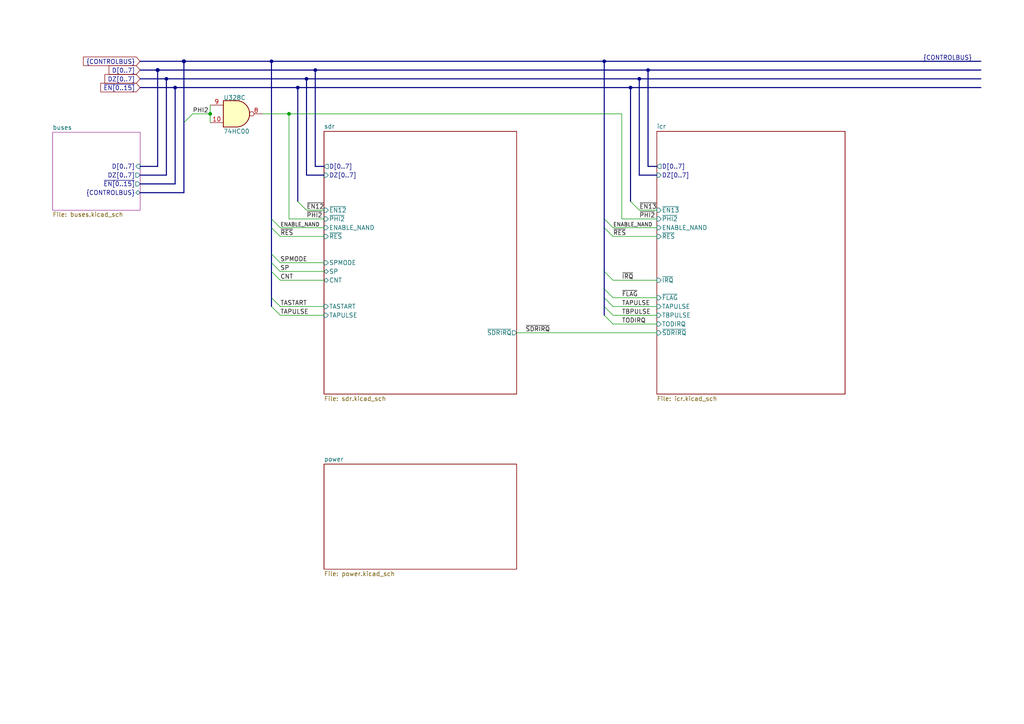
<source format=kicad_sch>
(kicad_sch (version 20211123) (generator eeschema)
  (paper "A4")
  (title_block (title "74HCT6526 Board 3") (date "2023-01-22") (rev "0.2.0") (company "Daniel Molina") (comment 1 "https://github.com/dmolinagarcia/74HCT6526"))
  (lib_symbols
    (symbol "74xx:74HC00" (pin_names (offset 1.016))
      (property "Reference" "U" (at 0 1.27 0))
      (property "Value" "74HC00" (at 0 -1.27 0))
      (symbol "74HC00_1_1"
        (arc (start 0 -3.81) (mid 3.81 0) (end 0 3.81) (stroke (width 0.254)) (fill (type background)))
        (polyline (pts (xy 0 3.81) (xy -3.81 3.81) (xy -3.81 -3.81) (xy 0 -3.81)) (stroke (width 0.254)) (fill (type background)))
        (pin input line (at -7.62 2.54 0) (length 3.81) (name "~") (number "1"))
        (pin input line (at -7.62 -2.54 0) (length 3.81) (name "~") (number "2"))
        (pin output inverted (at 7.62 0 180) (length 3.81) (name "~") (number "3"))
      )
      (symbol "74HC00_1_2"
        (arc (start -3.81 -3.81) (mid -2.589 0) (end -3.81 3.81) (stroke (width 0.254)))
        (arc (start -0.6096 -3.81) (mid 2.1842 -2.5851) (end 3.81 0) (stroke (width 0.254)) (fill (type background)))
        (polyline (pts (xy -3.81 -3.81) (xy -0.635 -3.81)) (stroke (width 0.254)) (fill (type background)))
        (polyline (pts (xy -3.81 3.81) (xy -0.635 3.81)) (stroke (width 0.254)) (fill (type background)))
        (polyline (pts (xy -0.635 3.81) (xy -3.81 3.81) (xy -3.81 3.81) (xy -3.556 3.4036) (xy -3.0226 2.2606) (xy -2.6924 1.0414) (xy -2.6162 -0.254) (xy -2.7686 -1.4986) (xy -3.175 -2.7178) (xy -3.81 -3.81) (xy -3.81 -3.81) (xy -0.635 -3.81)) (stroke (width -25.4)) (fill (type background)))
        (arc (start 3.81 0) (mid 2.1915 2.5936) (end -0.6096 3.81) (stroke (width 0.254)) (fill (type background)))
        (pin input inverted (at -7.62 2.54 0) (length 4.318) (name "~") (number "1"))
        (pin input inverted (at -7.62 -2.54 0) (length 4.318) (name "~") (number "2"))
        (pin output line (at 7.62 0 180) (length 3.81) (name "~") (number "3"))
      )
      (symbol "74HC00_2_1"
        (arc (start 0 -3.81) (mid 3.81 0) (end 0 3.81) (stroke (width 0.254)) (fill (type background)))
        (polyline (pts (xy 0 3.81) (xy -3.81 3.81) (xy -3.81 -3.81) (xy 0 -3.81)) (stroke (width 0.254)) (fill (type background)))
        (pin input line (at -7.62 2.54 0) (length 3.81) (name "~") (number "4"))
        (pin input line (at -7.62 -2.54 0) (length 3.81) (name "~") (number "5"))
        (pin output inverted (at 7.62 0 180) (length 3.81) (name "~") (number "6"))
      )
      (symbol "74HC00_2_2"
        (arc (start -3.81 -3.81) (mid -2.589 0) (end -3.81 3.81) (stroke (width 0.254)))
        (arc (start -0.6096 -3.81) (mid 2.1842 -2.5851) (end 3.81 0) (stroke (width 0.254)) (fill (type background)))
        (polyline (pts (xy -3.81 -3.81) (xy -0.635 -3.81)) (stroke (width 0.254)) (fill (type background)))
        (polyline (pts (xy -3.81 3.81) (xy -0.635 3.81)) (stroke (width 0.254)) (fill (type background)))
        (polyline (pts (xy -0.635 3.81) (xy -3.81 3.81) (xy -3.81 3.81) (xy -3.556 3.4036) (xy -3.0226 2.2606) (xy -2.6924 1.0414) (xy -2.6162 -0.254) (xy -2.7686 -1.4986) (xy -3.175 -2.7178) (xy -3.81 -3.81) (xy -3.81 -3.81) (xy -0.635 -3.81)) (stroke (width -25.4)) (fill (type background)))
        (arc (start 3.81 0) (mid 2.1915 2.5936) (end -0.6096 3.81) (stroke (width 0.254)) (fill (type background)))
        (pin input inverted (at -7.62 2.54 0) (length 4.318) (name "~") (number "4"))
        (pin input inverted (at -7.62 -2.54 0) (length 4.318) (name "~") (number "5"))
        (pin output line (at 7.62 0 180) (length 3.81) (name "~") (number "6"))
      )
      (symbol "74HC00_3_1"
        (arc (start 0 -3.81) (mid 3.81 0) (end 0 3.81) (stroke (width 0.254)) (fill (type background)))
        (polyline (pts (xy 0 3.81) (xy -3.81 3.81) (xy -3.81 -3.81) (xy 0 -3.81)) (stroke (width 0.254)) (fill (type background)))
        (pin input line (at -7.62 -2.54 0) (length 3.81) (name "~") (number "10"))
        (pin output inverted (at 7.62 0 180) (length 3.81) (name "~") (number "8"))
        (pin input line (at -7.62 2.54 0) (length 3.81) (name "~") (number "9"))
      )
      (symbol "74HC00_3_2"
        (arc (start -3.81 -3.81) (mid -2.589 0) (end -3.81 3.81) (stroke (width 0.254)))
        (arc (start -0.6096 -3.81) (mid 2.1842 -2.5851) (end 3.81 0) (stroke (width 0.254)) (fill (type background)))
        (polyline (pts (xy -3.81 -3.81) (xy -0.635 -3.81)) (stroke (width 0.254)) (fill (type background)))
        (polyline (pts (xy -3.81 3.81) (xy -0.635 3.81)) (stroke (width 0.254)) (fill (type background)))
        (polyline (pts (xy -0.635 3.81) (xy -3.81 3.81) (xy -3.81 3.81) (xy -3.556 3.4036) (xy -3.0226 2.2606) (xy -2.6924 1.0414) (xy -2.6162 -0.254) (xy -2.7686 -1.4986) (xy -3.175 -2.7178) (xy -3.81 -3.81) (xy -3.81 -3.81) (xy -0.635 -3.81)) (stroke (width -25.4)) (fill (type background)))
        (arc (start 3.81 0) (mid 2.1915 2.5936) (end -0.6096 3.81) (stroke (width 0.254)) (fill (type background)))
        (pin input inverted (at -7.62 -2.54 0) (length 4.318) (name "~") (number "10"))
        (pin output line (at 7.62 0 180) (length 3.81) (name "~") (number "8"))
        (pin input inverted (at -7.62 2.54 0) (length 4.318) (name "~") (number "9"))
      )
      (symbol "74HC00_4_1"
        (arc (start 0 -3.81) (mid 3.81 0) (end 0 3.81) (stroke (width 0.254)) (fill (type background)))
        (polyline (pts (xy 0 3.81) (xy -3.81 3.81) (xy -3.81 -3.81) (xy 0 -3.81)) (stroke (width 0.254)) (fill (type background)))
        (pin output inverted (at 7.62 0 180) (length 3.81) (name "~") (number "11"))
        (pin input line (at -7.62 2.54 0) (length 3.81) (name "~") (number "12"))
        (pin input line (at -7.62 -2.54 0) (length 3.81) (name "~") (number "13"))
      )
      (symbol "74HC00_4_2"
        (arc (start -3.81 -3.81) (mid -2.589 0) (end -3.81 3.81) (stroke (width 0.254)))
        (arc (start -0.6096 -3.81) (mid 2.1842 -2.5851) (end 3.81 0) (stroke (width 0.254)) (fill (type background)))
        (polyline (pts (xy -3.81 -3.81) (xy -0.635 -3.81)) (stroke (width 0.254)) (fill (type background)))
        (polyline (pts (xy -3.81 3.81) (xy -0.635 3.81)) (stroke (width 0.254)) (fill (type background)))
        (polyline (pts (xy -0.635 3.81) (xy -3.81 3.81) (xy -3.81 3.81) (xy -3.556 3.4036) (xy -3.0226 2.2606) (xy -2.6924 1.0414) (xy -2.6162 -0.254) (xy -2.7686 -1.4986) (xy -3.175 -2.7178) (xy -3.81 -3.81) (xy -3.81 -3.81) (xy -0.635 -3.81)) (stroke (width -25.4)) (fill (type background)))
        (arc (start 3.81 0) (mid 2.1915 2.5936) (end -0.6096 3.81) (stroke (width 0.254)) (fill (type background)))
        (pin output line (at 7.62 0 180) (length 3.81) (name "~") (number "11"))
        (pin input inverted (at -7.62 2.54 0) (length 4.318) (name "~") (number "12"))
        (pin input inverted (at -7.62 -2.54 0) (length 4.318) (name "~") (number "13"))
      )
      (symbol "74HC00_5_0"
        (pin power_in line (at 0 12.7 270) (length 5.08) (name "VCC") (number "14"))
        (pin power_in line (at 0 -12.7 90) (length 5.08) (name "GND") (number "7"))
      )
      (symbol "74HC00_5_1"
        (rectangle (start -5.08 7.62) (end 5.08 -7.62) (stroke (width 0.254)) (fill (type background)))
      )
    )
  )
  (bus_alias "ENABLEBUS" (members "~{EN[0..15]}"))
  (bus_alias "DATABUS" (members "D[0..7]" "DZ[0..7]"))
  (bus_alias "CONTROLBUS" (members "TASTART" "CNT" "SP" "PHI2" "~{FLAG}" "TOD" "TAPULSE" "TBPULSE" "TODIRQ" "~{IRQ}" "PB6ON" "PB7ON" "TAOUT" "TBOUT" "SPMODE" "TODIN" "ALARM" "ENABLE_NAND" "TARUNMODE" "~{RES}"))
  (junction (at 83.82 33.02))
  (junction (at 187.96 20.32))
  (junction (at 182.88 25.4))
  (junction (at 86.36 25.4))
  (junction (at 88.9 22.86))
  (junction (at 50.8 25.4))
  (junction (at 185.42 22.86))
  (junction (at 48.26 22.86))
  (junction (at 78.74 17.78))
  (junction (at 175.26 17.78))
  (junction (at 91.44 20.32))
  (junction (at 60.96 33.02))
  (junction (at 45.72 20.32) (diameter 1.016))
  (junction (at 53.34 17.78) (diameter 1.016))
  (bus_entry (at 175.26 63.5) (size 2.54 2.54))
  (bus_entry (at 78.74 63.5) (size 2.54 2.54))
  (bus_entry (at 78.74 66.04) (size 2.54 2.54))
  (bus_entry (at 78.74 73.66) (size 2.54 2.54))
  (bus_entry (at 78.74 76.2) (size 2.54 2.54))
  (bus_entry (at 78.74 78.74) (size 2.54 2.54))
  (bus_entry (at 78.74 86.36) (size 2.54 2.54))
  (bus_entry (at 78.74 88.9) (size 2.54 2.54))
  (bus_entry (at 182.88 58.42) (size 2.54 2.54))
  (bus_entry (at 86.36 58.42) (size 2.54 2.54))
  (bus_entry (at 53.34 35.56) (size 2.54 -2.54))
  (bus_entry (at 175.26 88.9) (size 2.54 2.54))
  (bus_entry (at 175.26 91.44) (size 2.54 2.54))
  (bus_entry (at 175.26 86.36) (size 2.54 2.54))
  (bus_entry (at 175.26 83.82) (size 2.54 2.54))
  (bus_entry (at 175.26 78.74) (size 2.54 2.54))
  (bus_entry (at 175.26 66.04) (size 2.54 2.54))
  (bus (pts (xy 48.26 22.86) (xy 48.26 50.8)))
  (bus (pts (xy 187.96 48.26) (xy 187.96 20.32)))
  (wire (pts (xy 81.28 66.04) (xy 93.98 66.04)))
  (bus (pts (xy 88.9 22.86) (xy 185.42 22.86)))
  (bus (pts (xy 78.74 73.66) (xy 78.74 76.2)))
  (bus (pts (xy 53.34 35.56) (xy 53.34 17.78)))
  (bus (pts (xy 182.88 25.4) (xy 182.88 58.42)))
  (bus (pts (xy 182.88 25.4) (xy 284.48 25.4)))
  (bus (pts (xy 40.64 50.8) (xy 48.26 50.8)))
  (wire (pts (xy 177.8 68.58) (xy 190.5 68.58)))
  (wire (pts (xy 180.34 63.5) (xy 190.5 63.5)))
  (bus (pts (xy 175.26 17.78) (xy 175.26 63.5)))
  (bus (pts (xy 40.64 25.4) (xy 50.8 25.4)))
  (wire (pts (xy 60.96 30.48) (xy 60.96 33.02)))
  (bus (pts (xy 86.36 25.4) (xy 86.36 58.42)))
  (wire (pts (xy 177.8 66.04) (xy 190.5 66.04)))
  (wire (pts (xy 60.96 33.02) (xy 60.96 35.56)))
  (wire (pts (xy 83.82 33.02) (xy 83.82 63.5)))
  (bus (pts (xy 88.9 50.8) (xy 88.9 22.86)))
  (bus (pts (xy 78.74 78.74) (xy 78.74 86.36)))
  (bus (pts (xy 175.26 63.5) (xy 175.26 66.04)))
  (bus (pts (xy 91.44 20.32) (xy 187.96 20.32)))
  (bus (pts (xy 93.98 48.26) (xy 91.44 48.26)))
  (bus (pts (xy 86.36 25.4) (xy 182.88 25.4)))
  (bus (pts (xy 175.26 17.78) (xy 284.48 17.78)))
  (bus (pts (xy 78.74 66.04) (xy 78.74 73.66)))
  (wire (pts (xy 177.8 88.9) (xy 190.5 88.9)))
  (bus (pts (xy 40.64 17.78) (xy 53.34 17.78)))
  (wire (pts (xy 177.8 86.36) (xy 190.5 86.36)))
  (bus (pts (xy 40.64 48.26) (xy 45.72 48.26)))
  (bus (pts (xy 50.8 25.4) (xy 86.36 25.4)))
  (wire (pts (xy 83.82 63.5) (xy 93.98 63.5)))
  (wire (pts (xy 88.9 60.96) (xy 93.98 60.96)))
  (bus (pts (xy 175.26 83.82) (xy 175.26 86.36)))
  (bus (pts (xy 53.34 17.78) (xy 78.74 17.78)))
  (bus (pts (xy 53.34 55.88) (xy 40.64 55.88)))
  (bus (pts (xy 91.44 48.26) (xy 91.44 20.32)))
  (bus (pts (xy 78.74 17.78) (xy 175.26 17.78)))
  (bus (pts (xy 48.26 22.86) (xy 88.9 22.86)))
  (bus (pts (xy 40.64 22.86) (xy 48.26 22.86)))
  (wire (pts (xy 149.86 96.52) (xy 190.5 96.52)))
  (bus (pts (xy 78.74 17.78) (xy 78.74 63.5)))
  (wire (pts (xy 81.28 91.44) (xy 93.98 91.44)))
  (bus (pts (xy 175.26 86.36) (xy 175.26 88.9)))
  (bus (pts (xy 175.26 66.04) (xy 175.26 78.74)))
  (bus (pts (xy 45.72 48.26) (xy 45.72 20.32)))
  (wire (pts (xy 177.8 91.44) (xy 190.5 91.44)))
  (wire (pts (xy 177.8 81.28) (xy 190.5 81.28)))
  (bus (pts (xy 78.74 63.5) (xy 78.74 66.04)))
  (bus (pts (xy 190.5 48.26) (xy 187.96 48.26)))
  (bus (pts (xy 185.42 50.8) (xy 185.42 22.86)))
  (bus (pts (xy 40.64 20.32) (xy 45.72 20.32)))
  (bus (pts (xy 53.34 55.88) (xy 53.34 35.56)))
  (wire (pts (xy 180.34 33.02) (xy 180.34 63.5)))
  (bus (pts (xy 78.74 76.2) (xy 78.74 78.74)))
  (wire (pts (xy 81.28 68.58) (xy 93.98 68.58)))
  (bus (pts (xy 40.64 53.34) (xy 50.8 53.34)))
  (wire (pts (xy 55.88 33.02) (xy 60.96 33.02)))
  (wire (pts (xy 185.42 60.96) (xy 190.5 60.96)))
  (wire (pts (xy 83.82 33.02) (xy 180.34 33.02)))
  (bus (pts (xy 185.42 22.86) (xy 284.48 22.86)))
  (wire (pts (xy 81.28 78.74) (xy 93.98 78.74)))
  (bus (pts (xy 45.72 20.32) (xy 91.44 20.32)))
  (bus (pts (xy 50.8 25.4) (xy 50.8 53.34)))
  (bus (pts (xy 190.5 50.8) (xy 185.42 50.8)))
  (wire (pts (xy 177.8 93.98) (xy 190.5 93.98)))
  (wire (pts (xy 81.28 88.9) (xy 93.98 88.9)))
  (bus (pts (xy 78.74 86.36) (xy 78.74 88.9)))
  (wire (pts (xy 81.28 76.2) (xy 93.98 76.2)))
  (bus (pts (xy 93.98 50.8) (xy 88.9 50.8)))
  (bus (pts (xy 175.26 78.74) (xy 175.26 83.82)))
  (bus (pts (xy 175.26 88.9) (xy 175.26 91.44)))
  (wire (pts (xy 81.28 81.28) (xy 93.98 81.28)))
  (wire (pts (xy 76.2 33.02) (xy 83.82 33.02)))
  (bus (pts (xy 187.96 20.32) (xy 284.48 20.32)))
  (label "~{IRQ}" (at 180.34 81.28 0))
  (label "CNT" (at 81.28 81.28 0))
  (label "{CONTROLBUS}" (at 281.94 17.78 180))
  (label "TODIRQ" (at 180.34 93.98 0))
  (label "SPMODE" (at 81.28 76.2 0))
  (label "TAPULSE" (at 81.28 91.44 0))
  (label "ENABLE_NAND" (at 177.8 66.04 0) (effects (font (size 1.1 1.1))))
  (label "~{EN12}" (at 88.9 60.96 0))
  (label "~{SDRIRQ}" (at 152.4 96.52 0))
  (label "~{RES}" (at 81.28 68.58 0))
  (label "~{PHI2}" (at 88.9 63.5 0))
  (label "TASTART" (at 81.28 88.9 0))
  (label "~{EN13}" (at 185.42 60.96 0))
  (label "PHI2" (at 55.88 33.02 0))
  (label "TBPULSE" (at 180.34 91.44 0))
  (label "ENABLE_NAND" (at 81.28 66.04 0) (effects (font (size 1.1 1.1))))
  (label "~{RES}" (at 177.8 68.58 0))
  (label "~{FLAG}" (at 180.34 86.36 0))
  (label "SP" (at 81.28 78.74 0))
  (label "~{PHI2}" (at 185.42 63.5 0))
  (label "TAPULSE" (at 180.34 88.9 0))
  (global_label "{CONTROLBUS}" (shape input) (at 40.64 17.78 180) (property "Intersheet References" "${INTERSHEET_REFS}" (effects hide)))
  (global_label "DZ[0..7]" (shape input) (at 40.64 22.86 180) (property "Intersheet References" "${INTERSHEET_REFS}" (effects hide)))
  (global_label "~{EN[0..15]}" (shape input) (at 40.64 25.4 180) (property "Intersheet References" "${INTERSHEET_REFS}" (effects hide)))
  (global_label "D[0..7]" (shape input) (at 40.64 20.32 180) (property "Intersheet References" "${INTERSHEET_REFS}" (effects hide)))
  (symbol (lib_id "74xx:74HC00") (at 68.58 33.02 0) (unit 3)
    (property "Reference" "U328" (at 68.04 28.3383 0))
    (property "Value" "74HC00" (at 68.58 38.1 0))
    (property "Footprint" "Package_SO:SO-14_3.9x8.65mm_P1.27mm" (effects hide))
    (property "Datasheet" "http://www.ti.com/lit/gpn/sn74hc00" (effects hide))
  )
  (sheet (at 93.98 38.1) (size 55.88 76.2) (stroke (width 0.1524))
    (property "Sheet name" "sdr" (at 93.98 37.3884 0) (effects (justify left bottom)))
    (property "Sheet file" "sdr.kicad_sch" (at 93.98 114.8846 0) (effects (justify left top)))
    (pin "DZ[0..7]" input (at 93.98 50.8 180))
    (pin "~{RES}" input (at 93.98 68.58 180))
    (pin "~{EN12}" input (at 93.98 60.96 180))
    (pin "CNT" bidirectional (at 93.98 81.28 180))
    (pin "~{PHI2}" input (at 93.98 63.5 180))
    (pin "ENABLE_NAND" input (at 93.98 66.04 180))
    (pin "TASTART" input (at 93.98 88.9 180))
    (pin "SPMODE" input (at 93.98 76.2 180))
    (pin "TAPULSE" input (at 93.98 91.44 180))
    (pin "SP" bidirectional (at 93.98 78.74 180))
    (pin "D[0..7]" output (at 93.98 48.26 180))
    (pin "~{SDRIRQ}" output (at 149.86 96.52 0))
  )
  (sheet (at 190.5 38.1) (size 54.61 76.2) (stroke (width 0.1524))
    (property "Sheet name" "icr" (at 190.5 37.3884 0) (effects (justify left bottom)))
    (property "Sheet file" "icr.kicad_sch" (at 190.5 114.8846 0) (effects (justify left top)))
    (pin "ENABLE_NAND" input (at 190.5 66.04 180))
    (pin "~{RES}" input (at 190.5 68.58 180))
    (pin "~{PHI2}" input (at 190.5 63.5 180))
    (pin "~{EN13}" input (at 190.5 60.96 180))
    (pin "DZ[0..7]" input (at 190.5 50.8 180))
    (pin "TBPULSE" input (at 190.5 91.44 180))
    (pin "TODIRQ" input (at 190.5 93.98 180))
    (pin "~{FLAG}" input (at 190.5 86.36 180))
    (pin "~{SDRIRQ}" input (at 190.5 96.52 180))
    (pin "TAPULSE" input (at 190.5 88.9 180))
    (pin "D[0..7]" output (at 190.5 48.26 180))
    (pin "~{IRQ}" input (at 190.5 81.28 180))
  )
  (sheet (at 15.24 38.354) (size 25.4 22.606) (stroke (width 0.001) (color 132 0 132 1)) (fill (color 255 255 255 0.0000))
    (property "Sheet name" "buses" (at 15.24 37.7181 0) (effects (justify left bottom)))
    (property "Sheet file" "buses.kicad_sch" (at 15.24 61.4689 0) (effects (justify left top)))
    (pin "DZ[0..7]" output (at 40.64 50.8 0))
    (pin "~{EN[0..15]}" output (at 40.64 53.34 0))
    (pin "{CONTROLBUS}" bidirectional (at 40.64 55.88 0))
    (pin "D[0..7]" input (at 40.64 48.26 0))
  )
  (sheet (at 93.98 134.62) (size 55.88 30.48) (stroke (width 0.1524))
    (property "Sheet name" "power" (at 93.98 133.9084 0) (effects (justify left bottom)))
    (property "Sheet file" "power.kicad_sch" (at 93.98 165.6846 0) (effects (justify left top)))
  )
)
</source>
